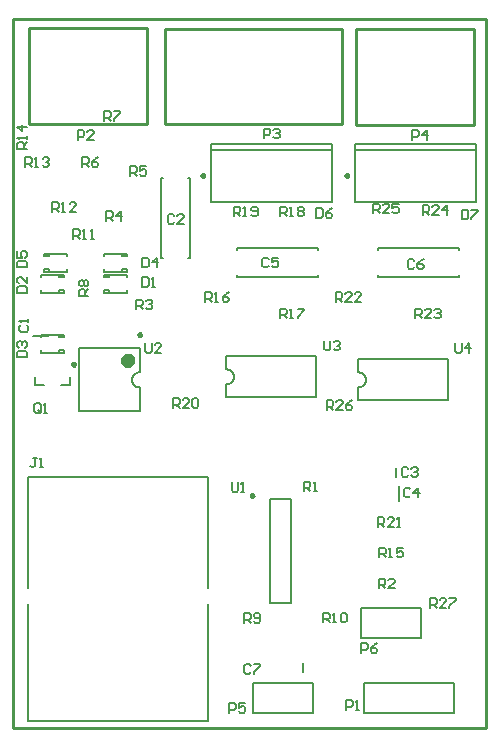
<source format=gbr>
%FSDAX24Y24*%
%MOIN*%
%SFA1B1*%

%IPPOS*%
%ADD34C,0.009800*%
%ADD35C,0.023600*%
%ADD36C,0.007900*%
%ADD37C,0.010000*%
%ADD38C,0.005900*%
%LNde-060418_legend_top-1*%
%LPD*%
G54D34*
X008004Y007735D02*
D01*
X008003Y007738*
X008003Y007741*
X008002Y007745*
X008002Y007748*
X008001Y007751*
X007999Y007754*
X007998Y007758*
X007996Y007760*
X007994Y007763*
X007992Y007766*
X007990Y007769*
X007987Y007771*
X007985Y007773*
X007982Y007775*
X007979Y007777*
X007976Y007779*
X007973Y007780*
X007970Y007781*
X007966Y007782*
X007963Y007783*
X007960Y007783*
X007956Y007783*
X007953*
X007949Y007783*
X007946Y007783*
X007943Y007782*
X007939Y007781*
X007936Y007780*
X007933Y007779*
X007930Y007777*
X007927Y007775*
X007924Y007773*
X007922Y007771*
X007919Y007769*
X007917Y007766*
X007915Y007763*
X007913Y007760*
X007911Y007758*
X007910Y007754*
X007908Y007751*
X007907Y007748*
X007907Y007745*
X007906Y007741*
X007906Y007738*
X007906Y007735*
X007906Y007731*
X007906Y007728*
X007907Y007724*
X007907Y007721*
X007908Y007718*
X007910Y007715*
X007911Y007711*
X007913Y007709*
X007915Y007706*
X007917Y007703*
X007919Y007700*
X007922Y007698*
X007924Y007696*
X007927Y007694*
X007930Y007692*
X007933Y007690*
X007936Y007689*
X007939Y007688*
X007943Y007687*
X007946Y007686*
X007949Y007686*
X007953Y007686*
X007956*
X007960Y007686*
X007963Y007686*
X007966Y007687*
X007970Y007688*
X007973Y007689*
X007976Y007690*
X007979Y007692*
X007982Y007694*
X007985Y007696*
X007987Y007698*
X007990Y007700*
X007992Y007703*
X007994Y007706*
X007996Y007709*
X007998Y007711*
X007999Y007715*
X008001Y007718*
X008002Y007721*
X008002Y007724*
X008003Y007728*
X008003Y007731*
X008004Y007735*
X004261Y013100D02*
D01*
X004260Y013103*
X004260Y013106*
X004259Y013110*
X004259Y013113*
X004258Y013116*
X004256Y013119*
X004255Y013123*
X004253Y013125*
X004251Y013128*
X004249Y013131*
X004247Y013134*
X004244Y013136*
X004242Y013138*
X004239Y013140*
X004236Y013142*
X004233Y013144*
X004230Y013145*
X004227Y013146*
X004223Y013147*
X004220Y013148*
X004217Y013148*
X004213Y013148*
X004210*
X004206Y013148*
X004203Y013148*
X004200Y013147*
X004196Y013146*
X004193Y013145*
X004190Y013144*
X004187Y013142*
X004184Y013140*
X004181Y013138*
X004179Y013136*
X004176Y013134*
X004174Y013131*
X004172Y013128*
X004170Y013125*
X004168Y013123*
X004167Y013119*
X004165Y013116*
X004164Y013113*
X004164Y013110*
X004163Y013106*
X004163Y013103*
X004163Y013100*
X004163Y013096*
X004163Y013093*
X004164Y013089*
X004164Y013086*
X004165Y013083*
X004167Y013080*
X004168Y013076*
X004170Y013074*
X004172Y013071*
X004174Y013068*
X004176Y013065*
X004179Y013063*
X004181Y013061*
X004184Y013059*
X004187Y013057*
X004190Y013055*
X004193Y013054*
X004196Y013053*
X004200Y013052*
X004203Y013051*
X004206Y013051*
X004210Y013051*
X004213*
X004217Y013051*
X004220Y013051*
X004223Y013052*
X004227Y013053*
X004230Y013054*
X004233Y013055*
X004236Y013057*
X004239Y013059*
X004242Y013061*
X004244Y013063*
X004247Y013065*
X004249Y013068*
X004251Y013071*
X004253Y013074*
X004255Y013076*
X004256Y013080*
X004258Y013083*
X004259Y013086*
X004259Y013089*
X004260Y013093*
X004260Y013096*
X004261Y013100*
X002058Y012113D02*
D01*
X002057Y012116*
X002057Y012119*
X002056Y012123*
X002056Y012126*
X002055Y012129*
X002053Y012132*
X002052Y012136*
X002050Y012138*
X002048Y012141*
X002046Y012144*
X002044Y012147*
X002041Y012149*
X002039Y012151*
X002036Y012153*
X002033Y012155*
X002030Y012157*
X002027Y012158*
X002024Y012159*
X002020Y012160*
X002017Y012161*
X002014Y012161*
X002010Y012161*
X002007*
X002003Y012161*
X002000Y012161*
X001997Y012160*
X001993Y012159*
X001990Y012158*
X001987Y012157*
X001984Y012155*
X001981Y012153*
X001978Y012151*
X001976Y012149*
X001973Y012147*
X001971Y012144*
X001969Y012141*
X001967Y012138*
X001965Y012136*
X001964Y012132*
X001962Y012129*
X001961Y012126*
X001961Y012123*
X001960Y012119*
X001960Y012116*
X001960Y012113*
X001960Y012109*
X001960Y012106*
X001961Y012102*
X001961Y012099*
X001962Y012096*
X001964Y012093*
X001965Y012089*
X001967Y012087*
X001969Y012084*
X001971Y012081*
X001973Y012078*
X001976Y012076*
X001978Y012074*
X001981Y012072*
X001984Y012070*
X001987Y012068*
X001990Y012067*
X001993Y012066*
X001997Y012065*
X002000Y012064*
X002003Y012064*
X002007Y012064*
X002010*
X002014Y012064*
X002017Y012064*
X002020Y012065*
X002024Y012066*
X002027Y012067*
X002030Y012068*
X002033Y012070*
X002036Y012072*
X002039Y012074*
X002041Y012076*
X002044Y012078*
X002046Y012081*
X002048Y012084*
X002050Y012087*
X002052Y012089*
X002053Y012093*
X002055Y012096*
X002056Y012099*
X002056Y012102*
X002057Y012106*
X002057Y012109*
X002058Y012113*
X006366Y018400D02*
D01*
X006365Y018403*
X006365Y018406*
X006364Y018410*
X006364Y018413*
X006363Y018416*
X006361Y018419*
X006360Y018423*
X006358Y018425*
X006356Y018428*
X006354Y018431*
X006352Y018434*
X006349Y018436*
X006347Y018438*
X006344Y018440*
X006341Y018442*
X006338Y018444*
X006335Y018445*
X006332Y018446*
X006328Y018447*
X006325Y018448*
X006322Y018448*
X006318Y018448*
X006315*
X006311Y018448*
X006308Y018448*
X006305Y018447*
X006301Y018446*
X006298Y018445*
X006295Y018444*
X006292Y018442*
X006289Y018440*
X006286Y018438*
X006284Y018436*
X006281Y018434*
X006279Y018431*
X006277Y018428*
X006275Y018425*
X006273Y018423*
X006272Y018419*
X006270Y018416*
X006269Y018413*
X006269Y018410*
X006268Y018406*
X006268Y018403*
X006268Y018400*
X006268Y018396*
X006268Y018393*
X006269Y018389*
X006269Y018386*
X006270Y018383*
X006272Y018380*
X006273Y018376*
X006275Y018374*
X006277Y018371*
X006279Y018368*
X006281Y018365*
X006284Y018363*
X006286Y018361*
X006289Y018359*
X006292Y018357*
X006295Y018355*
X006298Y018354*
X006301Y018353*
X006305Y018352*
X006308Y018351*
X006311Y018351*
X006315Y018351*
X006318*
X006322Y018351*
X006325Y018351*
X006328Y018352*
X006332Y018353*
X006335Y018354*
X006338Y018355*
X006341Y018357*
X006344Y018359*
X006347Y018361*
X006349Y018363*
X006352Y018365*
X006354Y018368*
X006356Y018371*
X006358Y018374*
X006360Y018376*
X006361Y018380*
X006363Y018383*
X006364Y018386*
X006364Y018389*
X006365Y018393*
X006365Y018396*
X006366Y018400*
X011166D02*
D01*
X011165Y018403*
X011165Y018406*
X011164Y018410*
X011164Y018413*
X011163Y018416*
X011161Y018419*
X011160Y018423*
X011158Y018425*
X011156Y018428*
X011154Y018431*
X011152Y018434*
X011149Y018436*
X011147Y018438*
X011144Y018440*
X011141Y018442*
X011138Y018444*
X011135Y018445*
X011132Y018446*
X011128Y018447*
X011125Y018448*
X011122Y018448*
X011118Y018448*
X011115*
X011111Y018448*
X011108Y018448*
X011105Y018447*
X011101Y018446*
X011098Y018445*
X011095Y018444*
X011092Y018442*
X011089Y018440*
X011086Y018438*
X011084Y018436*
X011081Y018434*
X011079Y018431*
X011077Y018428*
X011075Y018425*
X011073Y018423*
X011072Y018419*
X011070Y018416*
X011069Y018413*
X011069Y018410*
X011068Y018406*
X011068Y018403*
X011068Y018400*
X011068Y018396*
X011068Y018393*
X011069Y018389*
X011069Y018386*
X011070Y018383*
X011072Y018380*
X011073Y018376*
X011075Y018374*
X011077Y018371*
X011079Y018368*
X011081Y018365*
X011084Y018363*
X011086Y018361*
X011089Y018359*
X011092Y018357*
X011095Y018355*
X011098Y018354*
X011101Y018353*
X011105Y018352*
X011108Y018351*
X011111Y018351*
X011115Y018351*
X011118*
X011122Y018351*
X011125Y018351*
X011128Y018352*
X011132Y018353*
X011135Y018354*
X011138Y018355*
X011141Y018357*
X011144Y018359*
X011147Y018361*
X011149Y018363*
X011152Y018365*
X011154Y018368*
X011156Y018371*
X011158Y018374*
X011160Y018376*
X011161Y018380*
X011163Y018383*
X011164Y018386*
X011164Y018389*
X011165Y018393*
X011165Y018396*
X011166Y018400*
G54D35*
X003928Y012250D02*
D01*
X003927Y012258*
X003926Y012266*
X003925Y012274*
X003923Y012282*
X003920Y012290*
X003917Y012297*
X003914Y012305*
X003910Y012312*
X003905Y012319*
X003900Y012325*
X003894Y012331*
X003888Y012337*
X003882Y012342*
X003875Y012347*
X003869Y012352*
X003861Y012356*
X003854Y012359*
X003846Y012362*
X003838Y012364*
X003830Y012366*
X003822Y012367*
X003814Y012367*
X003805*
X003797Y012367*
X003789Y012366*
X003781Y012364*
X003773Y012362*
X003765Y012359*
X003758Y012356*
X003751Y012352*
X003744Y012347*
X003737Y012342*
X003731Y012337*
X003725Y012331*
X003719Y012325*
X003714Y012319*
X003709Y012312*
X003705Y012305*
X003702Y012297*
X003699Y012290*
X003696Y012282*
X003694Y012274*
X003693Y012266*
X003692Y012258*
X003692Y012250*
X003692Y012241*
X003693Y012233*
X003694Y012225*
X003696Y012217*
X003699Y012209*
X003702Y012202*
X003705Y012194*
X003709Y012187*
X003714Y012180*
X003719Y012174*
X003725Y012168*
X003731Y012162*
X003737Y012157*
X003744Y012152*
X003751Y012147*
X003758Y012143*
X003765Y012140*
X003773Y012137*
X003781Y012135*
X003789Y012133*
X003797Y012132*
X003805Y012132*
X003814*
X003822Y012132*
X003830Y012133*
X003838Y012135*
X003846Y012137*
X003854Y012140*
X003861Y012143*
X003869Y012147*
X003875Y012152*
X003882Y012157*
X003888Y012162*
X003894Y012168*
X003900Y012174*
X003905Y012180*
X003910Y012187*
X003914Y012194*
X003917Y012202*
X003920Y012209*
X003923Y012217*
X003925Y012225*
X003926Y012233*
X003927Y012241*
X003928Y012250*
G54D36*
X004204Y011850D02*
D01*
X004186Y011849*
X004169Y011847*
X004152Y011844*
X004135Y011840*
X004118Y011834*
X004102Y011828*
X004086Y011820*
X004071Y011812*
X004057Y011802*
X004043Y011791*
X004030Y011779*
X004018Y011767*
X004006Y011753*
X003996Y011739*
X003987Y011725*
X003979Y011709*
X003972Y011693*
X003966Y011677*
X003961Y011660*
X003957Y011643*
X003955Y011626*
X003954Y011608*
Y011591*
X003955Y011573*
X003957Y011556*
X003961Y011539*
X003966Y011522*
X003972Y011506*
X003979Y011490*
X003987Y011475*
X003996Y011460*
X004006Y011446*
X004018Y011432*
X004030Y011420*
X004043Y011408*
X004057Y011397*
X004071Y011387*
X004086Y011379*
X004102Y011371*
X004118Y011365*
X004135Y011359*
X004152Y011355*
X004169Y011352*
X004186Y011350*
X004204Y011350*
X007100Y011450D02*
D01*
X007117Y011450*
X007134Y011452*
X007151Y011455*
X007168Y011459*
X007185Y011465*
X007201Y011471*
X007217Y011479*
X007232Y011487*
X007246Y011497*
X007260Y011508*
X007273Y011520*
X007285Y011532*
X007297Y011546*
X007307Y011560*
X007316Y011575*
X007324Y011590*
X007331Y011606*
X007337Y011622*
X007342Y011639*
X007346Y011656*
X007348Y011673*
X007349Y011691*
Y011708*
X007348Y011726*
X007346Y011743*
X007342Y011760*
X007337Y011777*
X007331Y011793*
X007324Y011809*
X007316Y011825*
X007307Y011839*
X007297Y011853*
X007285Y011867*
X007273Y011879*
X007260Y011891*
X007246Y011902*
X007232Y011912*
X007217Y011920*
X007201Y011928*
X007185Y011934*
X007168Y011940*
X007151Y011944*
X007134Y011947*
X007117Y011949*
X007100Y011950*
X011500Y011350D02*
D01*
X011517Y011350*
X011534Y011352*
X011551Y011355*
X011568Y011359*
X011585Y011365*
X011601Y011371*
X011617Y011379*
X011632Y011387*
X011646Y011397*
X011660Y011408*
X011673Y011420*
X011685Y011432*
X011697Y011446*
X011707Y011460*
X011716Y011475*
X011724Y011490*
X011731Y011506*
X011737Y011522*
X011742Y011539*
X011746Y011556*
X011748Y011573*
X011749Y011591*
Y011608*
X011748Y011626*
X011746Y011643*
X011742Y011660*
X011737Y011677*
X011731Y011693*
X011724Y011709*
X011716Y011725*
X011707Y011739*
X011697Y011753*
X011685Y011767*
X011673Y011779*
X011660Y011791*
X011646Y011802*
X011632Y011812*
X011617Y011820*
X011601Y011828*
X011585Y011834*
X011568Y011840*
X011551Y011844*
X011534Y011847*
X011517Y011849*
X011500Y011850*
X011700Y000500D02*
X014700D01*
Y001500*
X011700D02*
X014700D01*
X011700Y000500D02*
Y001500D01*
X008546Y004168D02*
X009254D01*
X008546Y007632D02*
X009254D01*
Y004168D02*
Y007632D01*
X008546Y004168D02*
Y007632D01*
X002196Y010557D02*
Y012643D01*
X004204Y010557D02*
Y011350D01*
Y011850D02*
Y012643D01*
X002196Y010557D02*
X004204D01*
X002196Y012643D02*
X004204D01*
X003026Y015017D02*
X003183D01*
Y015095*
Y014505D02*
Y014583D01*
X003026D02*
X003183D01*
X003026Y014505D02*
X003774D01*
X003026Y015095D02*
X003774D01*
Y014505D02*
Y014583D01*
X003026Y014505D02*
Y014583D01*
X003774Y015017D02*
Y015095D01*
X003026Y015017D02*
Y015095D01*
X001517Y014583D02*
X001674D01*
X001517Y014505D02*
Y014583D01*
Y015017D02*
Y015095D01*
Y015017D02*
X001674D01*
X000926Y015095D02*
X001674D01*
X000926Y014505D02*
X001674D01*
X000926Y015017D02*
Y015095D01*
X001674Y015017D02*
Y015095D01*
X000926Y014505D02*
Y014583D01*
X001674Y014505D02*
Y014583D01*
X000644Y013052D02*
X001156D01*
X001891Y011424D02*
Y011700D01*
X001576Y011424D02*
X001891D01*
X000709D02*
Y011700D01*
Y011424D02*
X001024D01*
X001517Y012583D02*
X001674D01*
X001517Y012505D02*
Y012583D01*
Y013017D02*
Y013095D01*
Y013017D02*
X001674D01*
X000926Y013095D02*
X001674D01*
X000926Y012505D02*
X001674D01*
X000926Y013017D02*
Y013095D01*
X001674Y013017D02*
Y013095D01*
X000926Y012505D02*
Y012583D01*
X001674Y012505D02*
Y012583D01*
X003617Y015283D02*
X003774D01*
X003617Y015205D02*
Y015283D01*
Y015717D02*
Y015795D01*
Y015717D02*
X003774D01*
X003026Y015795D02*
X003774D01*
X003026Y015205D02*
X003774D01*
X003026Y015717D02*
Y015795D01*
X003774Y015717D02*
Y015795D01*
X003026Y015205D02*
Y015283D01*
X003774Y015205D02*
Y015283D01*
X001026Y015717D02*
X001183D01*
Y015795*
Y015205D02*
Y015283D01*
X001026D02*
X001183D01*
X001026Y015205D02*
X001774D01*
X001026Y015795D02*
X001774D01*
Y015205D02*
Y015283D01*
X001026Y015205D02*
Y015283D01*
X001774Y015717D02*
Y015795D01*
X001026Y015717D02*
Y015795D01*
X004908Y018339D02*
X004975D01*
X004908Y015661D02*
Y018339D01*
X005825Y015661D02*
X005892D01*
Y018339*
X005825D02*
X005892D01*
X004908Y015661D02*
X004975D01*
X012848Y007544D02*
Y008056D01*
X012769Y008343D02*
Y008657D01*
X007100Y011021D02*
X010100D01*
Y012379*
X007100D02*
X010100D01*
X007100Y011950D02*
Y012379D01*
Y011021D02*
Y011450D01*
X010139Y015925D02*
Y015992D01*
X007461D02*
X010139D01*
X007461Y015008D02*
Y015075D01*
Y015008D02*
X010139D01*
Y015075*
X007461Y015925D02*
Y015992D01*
X006572Y019252D02*
X010628D01*
X006572Y019449D02*
X010628D01*
X006572Y017520D02*
X010628D01*
Y019449*
X006572Y017520D02*
Y019449D01*
X011500Y010921D02*
X014500D01*
Y012279*
X011500D02*
X014500D01*
X011500Y011850D02*
Y012279D01*
Y010921D02*
Y011350D01*
X014839Y015925D02*
Y015992D01*
X012161D02*
X014839D01*
X012161Y015008D02*
Y015075D01*
Y015008D02*
X014839D01*
Y015075*
X012161Y015925D02*
Y015992D01*
X011372Y019252D02*
X015428D01*
X011372Y019449D02*
X015428D01*
X011372Y017520D02*
X015428D01*
Y019449*
X011372Y017520D02*
Y019449D01*
X011600Y004000D02*
X013600D01*
X011600Y003000D02*
Y004000D01*
Y003000D02*
X013600D01*
Y004000*
X008000Y000500D02*
X010000D01*
Y001500*
X008000D02*
X010000D01*
X008000Y000500D02*
Y001500D01*
X009669Y001843D02*
Y002157D01*
X006500Y000240D02*
Y004119D01*
Y004660D02*
Y008342D01*
X000500D02*
X006500D01*
X000500Y004660D02*
Y008342D01*
Y000240D02*
Y004119D01*
Y000240D02*
X006500D01*
G54D37*
X000000Y023622D02*
X015748D01*
Y000000D02*
Y023622D01*
X000000Y000000D02*
X015748D01*
X000000D02*
Y023622D01*
X000531Y020125D02*
X004469D01*
Y023325*
X000531Y020125D02*
Y023325D01*
X004469*
X010953Y020125D02*
Y023275D01*
X005047Y020125D02*
Y023275D01*
X010953*
X005047Y020125D02*
X010953D01*
X011431Y023275D02*
X015368D01*
X011431Y020075D02*
Y023275D01*
X015368Y020075D02*
Y023275D01*
X011431Y020075D02*
X015368D01*
G54D38*
X000238Y013410D02*
X000185Y013357D01*
Y013252*
X000238Y013200*
X000448*
X000500Y013252*
Y013357*
X000448Y013410*
X000500Y013515D02*
Y013620D01*
Y013567*
X000185*
X000238Y013515*
X005360Y017062D02*
X005307Y017115D01*
X005202*
X005150Y017062*
Y016852*
X005202Y016800*
X005307*
X005360Y016852*
X005675Y016800D02*
X005465D01*
X005675Y017010*
Y017062*
X005622Y017115*
X005517*
X005465Y017062*
X013160Y008632D02*
X013107Y008685D01*
X013002*
X012950Y008632*
Y008422*
X013002Y008370*
X013107*
X013160Y008422*
X013265Y008632D02*
X013317Y008685D01*
X013422*
X013475Y008632*
Y008580*
X013422Y008527*
X013370*
X013422*
X013475Y008475*
Y008422*
X013422Y008370*
X013317*
X013265Y008422*
X013230Y007942D02*
X013177Y007995D01*
X013072*
X013020Y007942*
Y007732*
X013072Y007680*
X013177*
X013230Y007732*
X013492Y007680D02*
Y007995D01*
X013335Y007837*
X013545*
X008510Y015612D02*
X008457Y015665D01*
X008352*
X008300Y015612*
Y015402*
X008352Y015350*
X008457*
X008510Y015402*
X008825Y015665D02*
X008615D01*
Y015507*
X008720Y015560*
X008772*
X008825Y015507*
Y015402*
X008772Y015350*
X008667*
X008615Y015402*
X013360Y015562D02*
X013307Y015615D01*
X013202*
X013150Y015562*
Y015352*
X013202Y015300*
X013307*
X013360Y015352*
X013675Y015615D02*
X013570Y015562D01*
X013465Y015457*
Y015352*
X013517Y015300*
X013622*
X013675Y015352*
Y015405*
X013622Y015457*
X013465*
X007910Y002062D02*
X007857Y002115D01*
X007752*
X007700Y002062*
Y001852*
X007752Y001800*
X007857*
X007910Y001852*
X008015Y002115D02*
X008225D01*
Y002062*
X008015Y001852*
Y001800*
X004300Y015015D02*
Y014700D01*
X004457*
X004510Y014752*
Y014962*
X004457Y015015*
X004300*
X004615Y014700D02*
X004720D01*
X004667*
Y015015*
X004615Y014962*
X000135Y014500D02*
X000450D01*
Y014657*
X000398Y014710*
X000188*
X000135Y014657*
Y014500*
X000450Y015025D02*
Y014815D01*
X000240Y015025*
X000188*
X000135Y014972*
Y014867*
X000188Y014815*
X000135Y012350D02*
X000450D01*
Y012507*
X000398Y012560*
X000188*
X000135Y012507*
Y012350*
X000188Y012665D02*
X000135Y012717D01*
Y012822*
X000188Y012875*
X000240*
X000293Y012822*
Y012770*
Y012822*
X000345Y012875*
X000398*
X000450Y012822*
Y012717*
X000398Y012665*
X004300Y015665D02*
Y015350D01*
X004457*
X004510Y015402*
Y015612*
X004457Y015665*
X004300*
X004772Y015350D02*
Y015665D01*
X004615Y015507*
X004825*
X000135Y015350D02*
X000450D01*
Y015507*
X000398Y015560*
X000188*
X000135Y015507*
Y015350*
Y015875D02*
Y015665D01*
X000293*
X000240Y015770*
Y015822*
X000293Y015875*
X000398*
X000450Y015822*
Y015717*
X000398Y015665*
X010100Y017315D02*
Y017000D01*
X010257*
X010310Y017052*
Y017262*
X010257Y017315*
X010100*
X010625D02*
X010520Y017262D01*
X010415Y017157*
Y017052*
X010467Y017000*
X010572*
X010625Y017052*
Y017105*
X010572Y017157*
X010415*
X014950Y017265D02*
Y016950D01*
X015107*
X015160Y017002*
Y017212*
X015107Y017265*
X014950*
X015265D02*
X015475D01*
Y017212*
X015265Y017002*
Y016950*
X011100Y000600D02*
Y000915D01*
X011257*
X011310Y000862*
Y000757*
X011257Y000705*
X011100*
X011415Y000600D02*
X011520D01*
X011467*
Y000915*
X011415Y000862*
X002150Y019600D02*
Y019915D01*
X002307*
X002360Y019862*
Y019757*
X002307Y019705*
X002150*
X002675Y019600D02*
X002465D01*
X002675Y019810*
Y019862*
X002622Y019915*
X002517*
X002465Y019862*
X008350Y019650D02*
Y019965D01*
X008507*
X008560Y019912*
Y019807*
X008507Y019755*
X008350*
X008665Y019912D02*
X008717Y019965D01*
X008822*
X008875Y019912*
Y019860*
X008822Y019807*
X008770*
X008822*
X008875Y019755*
Y019702*
X008822Y019650*
X008717*
X008665Y019702*
X013300Y019600D02*
Y019915D01*
X013457*
X013510Y019862*
Y019757*
X013457Y019705*
X013300*
X013772Y019600D02*
Y019915D01*
X013615Y019757*
X013825*
X007200Y000500D02*
Y000815D01*
X007357*
X007410Y000762*
Y000657*
X007357Y000605*
X007200*
X007725Y000815D02*
X007515D01*
Y000657*
X007620Y000710*
X007672*
X007725Y000657*
Y000552*
X007672Y000500*
X007567*
X007515Y000552*
X011600Y002500D02*
Y002815D01*
X011757*
X011810Y002762*
Y002657*
X011757Y002605*
X011600*
X012125Y002815D02*
X012020Y002762D01*
X011915Y002657*
Y002552*
X011967Y002500*
X012072*
X012125Y002552*
Y002605*
X012072Y002657*
X011915*
X000910Y010552D02*
Y010762D01*
X000857Y010815*
X000752*
X000700Y010762*
Y010552*
X000752Y010500*
X000857*
X000805Y010605D02*
X000910Y010500D01*
X000857D02*
X000910Y010552D01*
X001015Y010500D02*
X001120D01*
X001067*
Y010815*
X001015Y010762*
X009690Y007890D02*
Y008205D01*
X009847*
X009900Y008152*
Y008047*
X009847Y007995*
X009690*
X009795D02*
X009900Y007890D01*
X010005D02*
X010110D01*
X010057*
Y008205*
X010005Y008152*
X012180Y004645D02*
Y004960D01*
X012337*
X012390Y004907*
Y004803*
X012337Y004750*
X012180*
X012285D02*
X012390Y004645D01*
X012705D02*
X012495D01*
X012705Y004855*
Y004907*
X012652Y004960*
X012547*
X012495Y004907*
X004100Y013950D02*
Y014265D01*
X004257*
X004310Y014212*
Y014107*
X004257Y014055*
X004100*
X004205D02*
X004310Y013950D01*
X004415Y014212D02*
X004467Y014265D01*
X004572*
X004625Y014212*
Y014160*
X004572Y014107*
X004520*
X004572*
X004625Y014055*
Y014002*
X004572Y013950*
X004467*
X004415Y014002*
X003100Y016900D02*
Y017215D01*
X003257*
X003310Y017162*
Y017057*
X003257Y017005*
X003100*
X003205D02*
X003310Y016900D01*
X003572D02*
Y017215D01*
X003415Y017057*
X003625*
X003900Y018400D02*
Y018715D01*
X004057*
X004110Y018662*
Y018557*
X004057Y018505*
X003900*
X004005D02*
X004110Y018400D01*
X004425Y018715D02*
X004215D01*
Y018557*
X004320Y018610*
X004372*
X004425Y018557*
Y018452*
X004372Y018400*
X004267*
X004215Y018452*
X002300Y018700D02*
Y019015D01*
X002457*
X002510Y018962*
Y018857*
X002457Y018805*
X002300*
X002405D02*
X002510Y018700D01*
X002825Y019015D02*
X002720Y018962D01*
X002615Y018857*
Y018752*
X002667Y018700*
X002772*
X002825Y018752*
Y018805*
X002772Y018857*
X002615*
X003035Y020235D02*
Y020550D01*
X003192*
X003245Y020497*
Y020392*
X003192Y020340*
X003035*
X003140D02*
X003245Y020235D01*
X003350Y020550D02*
X003560D01*
Y020497*
X003350Y020287*
Y020235*
X002500Y014400D02*
X002185D01*
Y014557*
X002238Y014610*
X002343*
X002395Y014557*
Y014400*
Y014505D02*
X002500Y014610D01*
X002238Y014715D02*
X002185Y014767D01*
Y014872*
X002238Y014925*
X002290*
X002343Y014872*
X002395Y014925*
X002448*
X002500Y014872*
Y014767*
X002448Y014715*
X002395*
X002343Y014767*
X002290Y014715*
X002238*
X002343Y014767D02*
Y014872D01*
X007700Y003500D02*
Y003815D01*
X007857*
X007910Y003762*
Y003657*
X007857Y003605*
X007700*
X007805D02*
X007910Y003500D01*
X008015Y003552D02*
X008067Y003500D01*
X008172*
X008225Y003552*
Y003762*
X008172Y003815*
X008067*
X008015Y003762*
Y003710*
X008067Y003657*
X008225*
X010330Y003510D02*
Y003825D01*
X010487*
X010540Y003772*
Y003667*
X010487Y003615*
X010330*
X010435D02*
X010540Y003510D01*
X010645D02*
X010750D01*
X010697*
Y003825*
X010645Y003772*
X010907D02*
X010960Y003825D01*
X011065*
X011117Y003772*
Y003562*
X011065Y003510*
X010960*
X010907Y003562*
Y003772*
X002000Y016300D02*
Y016615D01*
X002157*
X002210Y016562*
Y016457*
X002157Y016405*
X002000*
X002105D02*
X002210Y016300D01*
X002315D02*
X002420D01*
X002367*
Y016615*
X002315Y016562*
X002577Y016300D02*
X002682D01*
X002630*
Y016615*
X002577Y016562*
X001300Y017200D02*
Y017515D01*
X001457*
X001510Y017462*
Y017357*
X001457Y017305*
X001300*
X001405D02*
X001510Y017200D01*
X001615D02*
X001720D01*
X001667*
Y017515*
X001615Y017462*
X002087Y017200D02*
X001877D01*
X002087Y017410*
Y017462*
X002035Y017515*
X001930*
X001877Y017462*
X000400Y018700D02*
Y019015D01*
X000557*
X000610Y018962*
Y018857*
X000557Y018805*
X000400*
X000505D02*
X000610Y018700D01*
X000715D02*
X000820D01*
X000767*
Y019015*
X000715Y018962*
X000977D02*
X001030Y019015D01*
X001135*
X001187Y018962*
Y018910*
X001135Y018857*
X001082*
X001135*
X001187Y018805*
Y018752*
X001135Y018700*
X001030*
X000977Y018752*
X000450Y019300D02*
X000135D01*
Y019457*
X000188Y019510*
X000293*
X000345Y019457*
Y019300*
Y019405D02*
X000450Y019510D01*
Y019615D02*
Y019720D01*
Y019667*
X000135*
X000188Y019615*
X000450Y020035D02*
X000135D01*
X000293Y019877*
Y020087*
X012200Y005680D02*
Y005995D01*
X012357*
X012410Y005942*
Y005837*
X012357Y005785*
X012200*
X012305D02*
X012410Y005680D01*
X012515D02*
X012620D01*
X012567*
Y005995*
X012515Y005942*
X012987Y005995D02*
X012777D01*
Y005837*
X012882Y005890*
X012935*
X012987Y005837*
Y005732*
X012935Y005680*
X012830*
X012777Y005732*
X006400Y014200D02*
Y014515D01*
X006557*
X006610Y014462*
Y014357*
X006557Y014305*
X006400*
X006505D02*
X006610Y014200D01*
X006715D02*
X006820D01*
X006767*
Y014515*
X006715Y014462*
X007187Y014515D02*
X007082Y014462D01*
X006977Y014357*
Y014252*
X007030Y014200*
X007135*
X007187Y014252*
Y014305*
X007135Y014357*
X006977*
X008900Y013650D02*
Y013965D01*
X009057*
X009110Y013912*
Y013807*
X009057Y013755*
X008900*
X009005D02*
X009110Y013650D01*
X009215D02*
X009320D01*
X009267*
Y013965*
X009215Y013912*
X009477Y013965D02*
X009687D01*
Y013912*
X009477Y013702*
Y013650*
X008900Y017050D02*
Y017365D01*
X009057*
X009110Y017312*
Y017207*
X009057Y017155*
X008900*
X009005D02*
X009110Y017050D01*
X009215D02*
X009320D01*
X009267*
Y017365*
X009215Y017312*
X009477D02*
X009530Y017365D01*
X009635*
X009687Y017312*
Y017260*
X009635Y017207*
X009687Y017155*
Y017102*
X009635Y017050*
X009530*
X009477Y017102*
Y017155*
X009530Y017207*
X009477Y017260*
Y017312*
X009530Y017207D02*
X009635D01*
X007350Y017050D02*
Y017365D01*
X007507*
X007560Y017312*
Y017207*
X007507Y017155*
X007350*
X007455D02*
X007560Y017050D01*
X007665D02*
X007770D01*
X007717*
Y017365*
X007665Y017312*
X007927Y017102D02*
X007980Y017050D01*
X008085*
X008137Y017102*
Y017312*
X008085Y017365*
X007980*
X007927Y017312*
Y017260*
X007980Y017207*
X008137*
X005330Y010660D02*
Y010975D01*
X005487*
X005540Y010922*
Y010817*
X005487Y010765*
X005330*
X005435D02*
X005540Y010660D01*
X005855D02*
X005645D01*
X005855Y010870*
Y010922*
X005802Y010975*
X005697*
X005645Y010922*
X005960D02*
X006012Y010975D01*
X006117*
X006170Y010922*
Y010712*
X006117Y010660*
X006012*
X005960Y010712*
Y010922*
X012160Y006700D02*
Y007015D01*
X012317*
X012370Y006962*
Y006857*
X012317Y006805*
X012160*
X012265D02*
X012370Y006700D01*
X012685D02*
X012475D01*
X012685Y006910*
Y006962*
X012632Y007015*
X012527*
X012475Y006962*
X012790Y006700D02*
X012895D01*
X012842*
Y007015*
X012790Y006962*
X010750Y014200D02*
Y014515D01*
X010907*
X010960Y014462*
Y014357*
X010907Y014305*
X010750*
X010855D02*
X010960Y014200D01*
X011275D02*
X011065D01*
X011275Y014410*
Y014462*
X011222Y014515*
X011117*
X011065Y014462*
X011590Y014200D02*
X011380D01*
X011590Y014410*
Y014462*
X011537Y014515*
X011432*
X011380Y014462*
X013400Y013650D02*
Y013965D01*
X013557*
X013610Y013912*
Y013807*
X013557Y013755*
X013400*
X013505D02*
X013610Y013650D01*
X013925D02*
X013715D01*
X013925Y013860*
Y013912*
X013872Y013965*
X013767*
X013715Y013912*
X014030D02*
X014082Y013965D01*
X014187*
X014240Y013912*
Y013860*
X014187Y013807*
X014135*
X014187*
X014240Y013755*
Y013702*
X014187Y013650*
X014082*
X014030Y013702*
X013650Y017100D02*
Y017415D01*
X013807*
X013860Y017362*
Y017257*
X013807Y017205*
X013650*
X013755D02*
X013860Y017100D01*
X014175D02*
X013965D01*
X014175Y017310*
Y017362*
X014122Y017415*
X014017*
X013965Y017362*
X014437Y017100D02*
Y017415D01*
X014280Y017257*
X014490*
X012000Y017150D02*
Y017465D01*
X012157*
X012210Y017412*
Y017307*
X012157Y017255*
X012000*
X012105D02*
X012210Y017150D01*
X012525D02*
X012315D01*
X012525Y017360*
Y017412*
X012472Y017465*
X012367*
X012315Y017412*
X012840Y017465D02*
X012630D01*
Y017307*
X012735Y017360*
X012787*
X012840Y017307*
Y017202*
X012787Y017150*
X012682*
X012630Y017202*
X010450Y010600D02*
Y010915D01*
X010607*
X010660Y010862*
Y010757*
X010607Y010705*
X010450*
X010555D02*
X010660Y010600D01*
X010975D02*
X010765D01*
X010975Y010810*
Y010862*
X010922Y010915*
X010817*
X010765Y010862*
X011290Y010915D02*
X011185Y010862D01*
X011080Y010757*
Y010652*
X011132Y010600*
X011237*
X011290Y010652*
Y010705*
X011237Y010757*
X011080*
X013900Y004000D02*
Y004315D01*
X014057*
X014110Y004262*
Y004157*
X014057Y004105*
X013900*
X014005D02*
X014110Y004000D01*
X014425D02*
X014215D01*
X014425Y004210*
Y004262*
X014372Y004315*
X014267*
X014215Y004262*
X014530Y004315D02*
X014740D01*
Y004262*
X014530Y004052*
Y004000*
X007280Y008185D02*
Y007922D01*
X007332Y007870*
X007437*
X007490Y007922*
Y008185*
X007595Y007870D02*
X007700D01*
X007647*
Y008185*
X007595Y008132*
X004400Y012815D02*
Y012552D01*
X004452Y012500*
X004557*
X004610Y012552*
Y012815*
X004925Y012500D02*
X004715D01*
X004925Y012710*
Y012762*
X004872Y012815*
X004767*
X004715Y012762*
X010360Y012895D02*
Y012632D01*
X010412Y012580*
X010517*
X010570Y012632*
Y012895*
X010675Y012842D02*
X010727Y012895D01*
X010832*
X010885Y012842*
Y012790*
X010832Y012737*
X010780*
X010832*
X010885Y012685*
Y012632*
X010832Y012580*
X010727*
X010675Y012632*
X014730Y012815D02*
Y012552D01*
X014782Y012500*
X014887*
X014940Y012552*
Y012815*
X015202Y012500D02*
Y012815D01*
X015045Y012657*
X015255*
X000775Y009000D02*
X000670D01*
X000722*
Y008737*
X000670Y008685*
X000617*
X000565Y008737*
X000880Y008685D02*
X000985D01*
X000932*
Y009000*
X000880Y008947*
M02*
</source>
